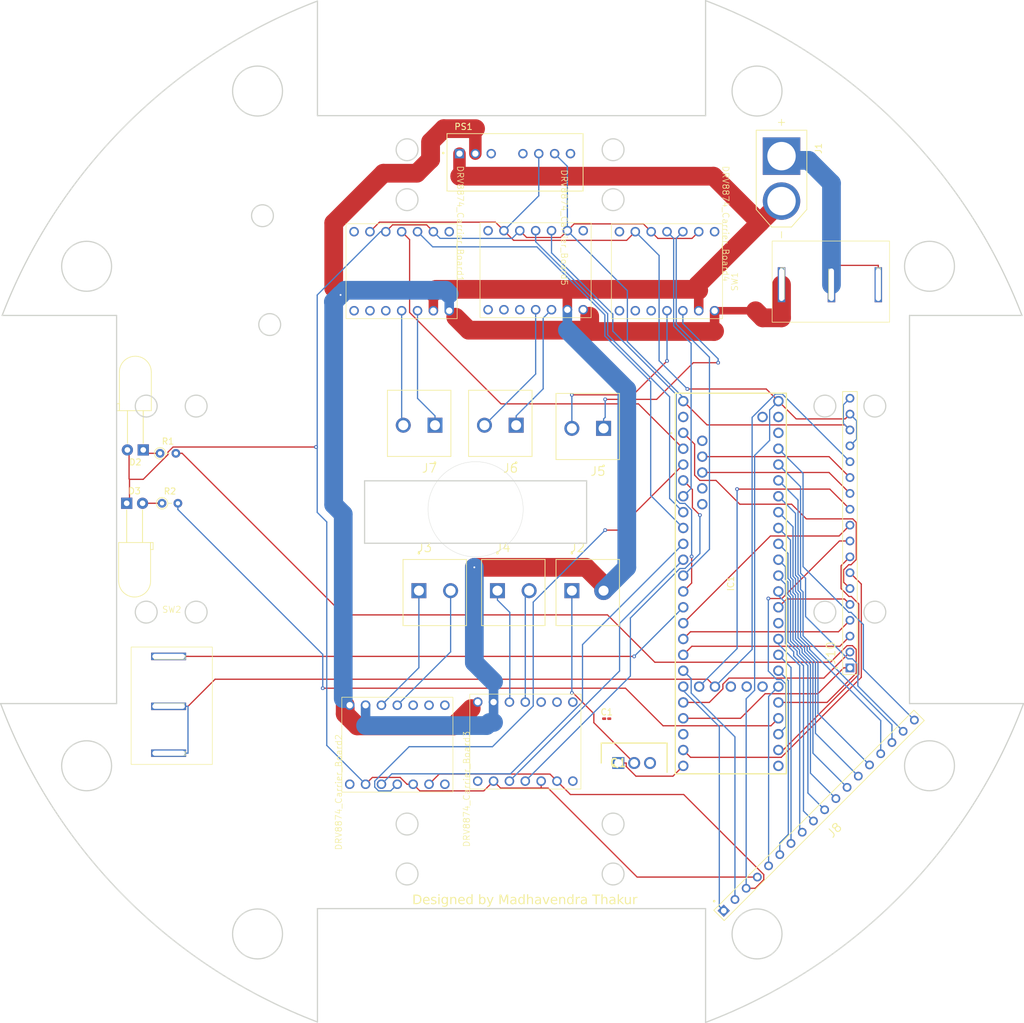
<source format=kicad_pcb>
(kicad_pcb (version 20240108) (generator "pcbnew") (generator_version "8.0")
  (layers (0 "F.Cu" signal) (31 "B.Cu" signal) (34 "B.Paste" user) (35 "F.Paste" user) (36 "B.SilkS" user "B.Silkscreen") (37 "F.SilkS" user "F.Silkscreen") (38 "B.Mask" user) (39 "F.Mask" user) (44 "Edge.Cuts" user))
  (net 0 "")
  (net 1 "DIR1")
  (net 3 "P50")
  (net 5 "A13")
  (net 6 "A5")
  (net 7 "P29")
  (net 8 "P35")
  (net 9 "PWM4")
  (net 10 "A3")
  (net 11 "A2")
  (net 12 "P31")
  (net 13 "A12")
  (net 14 "P33")
  (net 15 "DIR4")
  (net 16 "A14")
  (net 18 "DIR3")
  (net 19 "P13")
  (net 21 "A1")
  (net 22 "5V")
  (net 23 "PWM1")
  (net 24 "LED1")
  (net 25 "A9")
  (net 26 "Net-(D2-A)")
  (net 27 "A6")
  (net 29 "P34")
  (net 30 "A10")
  (net 32 "DIR2")
  (net 33 "PWM3")
  (net 35 "A0")
  (net 36 "P43")
  (net 37 "5V GND")
  (net 38 "DIR0")
  (net 40 "A15")
  (net 41 "PWM2")
  (net 42 "A7")
  (net 44 "A8")
  (net 46 "P24")
  (net 47 "A4")
  (net 48 "LED2")
  (net 49 "A11")
  (net 50 "P25")
  (net 51 "PWM0")
  (net 52 "P42")
  (net 54 "Net-(J1-POS)")
  (net 55 "12V GND")
  (net 56 "Net-(J2-Pin_1)")
  (net 57 "Net-(DRV8874_Carrier_Board1-OUT2)")
  (net 58 "Net-(DRV8874_Carrier_Board1-OUT1)")
  (net 59 "Net-(DRV8874_Carrier_Board2-OUT1)")
  (net 60 "Net-(DRV8874_Carrier_Board2-OUT2)")
  (net 61 "Net-(DRV8874_Carrier_Board3-OUT1)")
  (net 62 "Net-(DRV8874_Carrier_Board3-OUT2)")
  (net 63 "Net-(DRV8874_Carrier_Board4-OUT1)")
  (net 64 "Net-(DRV8874_Carrier_Board4-OUT2)")
  (net 65 "Net-(DRV8874_Carrier_Board5-OUT2)")
  (net 66 "Net-(DRV8874_Carrier_Board5-OUT1)")
  (net 67 "3.3V")
  (net 69 "12V")
  (net 72 "SOL")
  (net 98 "Net-(D3-A)")
  (net 99 "SWITCH_0")
  (net 100 "P30")
  (net 101 "P28")
  (net 102 "P51")
  (net 103 "P1")
  (footprint "Screw_Terminal_2:CUI_TB009-508-02BE" (layer "F.Cu") (at 332.92 201)
    (property "Reference" "J2")
    (property "Value" "Screw_Terminal_01x02")
  )
  (footprint "DRV887X_carrier:DRV887X" (layer "F.Cu") (at 316.57 232.77 90)
    (property "Reference" "DRV8874_Carrier_Board3")
    (property "Value" "~")
  )
  (footprint "rocker_switch:rocker_switch_10a" (layer "F.Cu") (at 262.335 210.025)
    (property "Reference" "SW2")
    (property "Value" "SW_Wuerth_450301014042")
  )
  (footprint "IRLZ44N:TO254P469X1042X1967-3P" (layer "F.Cu") (at 340.36 228.6)
    (property "Reference" "Q1")
    (property "Value" "IRLZ44NPBF" (hide yes))
  )
  (footprint "DRV887X_carrier:DRV887X" (layer "F.Cu") (at 336.01 142.07 -90)
    (property "Reference" "DRV8874_Carrier_Board5")
    (property "Value" "~")
  )
  (footprint "rocker_switch:rocker_switch_10a" (layer "F.Cu") (at 365 158 90)
    (property "Reference" "SW1")
    (property "Value" "SW_Wuerth_450301014042")
  )
  (footprint "Screw_Terminal_2:CUI_TB009-508-02BE" (layer "F.Cu") (at 311 174.5 180)
    (property "Reference" "J7")
    (property "Value" "Screw_Terminal_01x02")
  )
  (footprint "Screw_Terminal_2:CUI_TB009-508-02BE" (layer "F.Cu") (at 308.42 201)
    (property "Reference" "J3")
    (property "Value" "Screw_Terminal_01x02")
  )
  (footprint "DRV887X_carrier:DRV887X" (layer "F.Cu") (at 296.07 233.27 90)
    (property "Reference" "DRV8874_Carrier_Board2")
    (property "Value" "~")
  )
  (footprint "Resistor_THT:R_Axial_DIN0204_L3.6mm_D1.6mm_P2.54mm_Vertical" (layer "F.Cu") (at 266.96 179)
    (property "Reference" "R1")
    (property "Value" "R")
  )
  (footprint "Pins_Connector_01_18:TE_1-87465-9" (layer "F.Cu") (at 377.46 191.77 90)
    (property "Reference" "J10")
    (property "Value" "Conn_01x18_Pin")
  )
  (footprint "5V DC-DC:CONV_RSE-2405SZ_H2" (layer "F.Cu") (at 323.82 132.4)
    (property "Reference" "PS1")
    (property "Value" "RSE-2405SZ_H2")
  )
  (footprint "DRV887X_carrier:DRV887X" (layer "F.Cu") (at 357.05 142.23 -90)
    (property "Reference" "DRV8874_Carrier_Board4")
    (property "Value" "~")
  )
  (footprint "LED_THT:LED_D5.0mm_Horizontal_O6.35mm_Z15.0mm" (layer "F.Cu") (at 261.62 187)
    (property "Reference" "D3")
    (property "Value" "LED")
  )
  (footprint "Teensy 4.1:TEENSY41" (layer "F.Cu") (at 350.76 175.72 -90)
    (property "Reference" "IC1")
    (property "Value" "TEENSY_4.1")
  )
  (footprint "DRV887X_carrier:DRV887X" (layer "F.Cu") (at 314.55 142.23 -90)
    (property "Reference" "DRV8874_Carrier_Board1")
    (property "Value" "~")
  )
  (footprint "Capacitor_SMD:C_0201_0603Metric_Pad0.64x0.40mm_HandSolder" (layer "F.Cu") (at 338.5 221.5)
    (property "Reference" "C1")
    (property "Value" "C_Small")
  )
  (footprint "XT60M:AMASS_XT60-M" (layer "F.Cu") (at 366.5 135 -90)
    (property "Reference" "J1")
    (property "Value" "XT60-M")
  )
  (footprint "Screw_Terminal_2:CUI_TB009-508-02BE" (layer "F.Cu") (at 321 201)
    (property "Reference" "J4")
    (property "Value" "Screw_Terminal_01x02")
  )
  (footprint "Resistor_THT:R_Axial_DIN0204_L3.6mm_D1.6mm_P2.54mm_Vertical" (layer "F.Cu") (at 267.28 187)
    (property "Reference" "R2")
    (property "Value" "R")
  )
  (footprint "Pins_Connector_01_18:TE_1-87465-9" (layer "F.Cu") (at 372.5099 236.9901 45)
    (property "Reference" "J8")
    (property "Value" "Conn_01x18_Pin")
  )
  (footprint "LED_THT:LED_D5.0mm_Horizontal_O6.35mm_Z15.0mm" (layer "F.Cu") (at 264.271255 178.459831 180)
    (property "Reference" "D2")
    (property "Value" "LED")
  )
  (footprint "Screw_Terminal_2:CUI_TB009-508-02BE" (layer "F.Cu") (at 338 175 180)
    (property "Reference" "J5")
    (property "Value" "Screw_Terminal_01x02")
  )
  (footprint "Screw_Terminal_2:CUI_TB009-508-02BE" (layer "F.Cu") (at 324 174.5 180)
    (property "Reference" "J6")
    (property "Value" "Screw_Terminal_01x02")
  )
  (gr_line (start 292.171784 270.08127) (end 292.171784 251.9185) (stroke (width 0.2)) (layer "Edge.Cuts"))
  (gr_circle (center 373.446255 171.434831) (end 375.196255 171.434831) (stroke (width 0.2)) (fill none) (layer "Edge.Cuts"))
  (gr_line (start 354.334784 251.9185) (end 354.334784 270.149252) (stroke (width 0.2)) (layer "Edge.Cuts"))
  (gr_arc (start 405.25785 219.0815) (mid 385.302284 250.105744) (end 354.334784 270.149252) (stroke (width 0.2)) (layer "Edge.Cuts"))
  (gr_line (start 354.334784 106.49422) (end 354.334784 124.9185) (stroke (width 0.2)) (layer "Edge.Cuts"))
  (gr_circle (center 390.200077 229.041949) (end 394.200077 229.041949) (stroke (width 0.2)) (fill none) (layer "Edge.Cuts"))
  (gr_line (start 260 156.9185) (end 260 219.0815) (stroke (width 0.2)) (layer "Edge.Cuts"))
  (gr_arc (start 241.672133 156.9185) (mid 261.55889 126.362014) (end 292.171784 106.562198) (stroke (width 0.2)) (layer "Edge.Cuts"))
  (gr_line (start 335.28 193.403322) (end 299.72 193.403322) (stroke (width 0.2)) (layer "Edge.Cuts"))
  (gr_circle (center 373.446255 204.434831) (end 375.196255 204.434831) (stroke (width 0.2)) (fill none) (layer "Edge.Cuts"))
  (gr_circle (center 255.200077 229.041949) (end 259.200077 229.041949) (stroke (width 0.2)) (fill none) (layer "Edge.Cuts"))
  (gr_circle (center 264.746255 171.434831) (end 266.496255 171.434831) (stroke (width 0.2)) (fill none) (layer "Edge.Cuts"))
  (gr_circle (center 284.524999 158.375877) (end 286.274999 158.375877) (stroke (width 0.2)) (fill none) (layer "Edge.Cuts"))
  (gr_circle (center 339.524999 238.375877) (end 341.274999 238.375877) (stroke (width 0.2)) (fill none) (layer "Edge.Cuts"))
  (gr_line (start 260 219.0815) (end 241.427614 219.0815) (stroke (width 0.2)) (layer "Edge.Cuts"))
  (gr_circle (center 306.524999 246.375877) (end 308.274999 246.375877) (stroke (width 0.2)) (fill none) (layer "Edge.Cuts"))
  (gr_circle (center 306.524999 138.375877) (end 308.274999 138.375877) (stroke (width 0.2)) (fill none) (layer "Edge.Cuts"))
  (gr_circle (center 264.746255 204.434831) (end 266.496255 204.434831) (stroke (width 0.2)) (fill none) (layer "Edge.Cuts"))
  (gr_circle (center 283.365524 140.943664) (end 285.115524 140.943664) (stroke (width 0.2)) (fill none) (layer "Edge.Cuts"))
  (gr_circle (center 381.446255 171.434831) (end 383.196255 171.434831) (stroke (width 0.2)) (fill none) (layer "Edge.Cuts"))
  (gr_arc (start 354.334784 106.49422) (mid 385.058778 126.294486) (end 405.01333 156.9185) (stroke (width 0.2)) (layer "Edge.Cuts"))
  (gr_line (start 292.171784 251.9185) (end 354.334784 251.9185) (stroke (width 0.2)) (layer "Edge.Cuts"))
  (gr_circle (center 306.524999 130.375877) (end 308.274999 130.375877) (stroke (width 0.2)) (fill none) (layer "Edge.Cuts"))
  (gr_arc (start 292.171784 270.08127) (mid 261.315649 250.03795) (end 241.427614 219.0815) (stroke (width 0.2)) (layer "Edge.Cuts"))
  (gr_circle (center 339.524999 246.375877) (end 341.274999 246.375877) (stroke (width 0.2)) (fill none) (layer "Edge.Cuts"))
  (gr_circle (center 317.5 187.96) (end 317.5 180.34) (stroke (width 0.05)) (fill none) (layer "Edge.Cuts"))
  (gr_line (start 335.28 183.403322) (end 335.28 193.403322) (stroke (width 0.2)) (layer "Edge.Cuts"))
  (gr_circle (center 282.576645 120.975717) (end 286.576645 120.975717) (stroke (width 0.2)) (fill none) (layer "Edge.Cuts"))
  (gr_circle (center 272.746255 171.434831) (end 274.496255 171.434831) (stroke (width 0.2)) (fill none) (layer "Edge.Cuts"))
  (gr_line (start 405.25785 219.0815) (end 387 219.0815) (stroke (width 0.2)) (layer "Edge.Cuts"))
  (gr_circle (center 339.524999 130.375877) (end 341.274999 130.375877) (stroke (width 0.2)) (fill none) (layer "Edge.Cuts"))
  (gr_circle (center 362.576645 120.975717) (end 366.576645 120.975717) (stroke (width 0.2)) (fill none) (layer "Edge.Cuts"))
  (gr_line (start 292.171784 124.9185) (end 292.171784 106.562198) (stroke (width 0.2)) (layer "Edge.Cuts"))
  (gr_line (start 387 156.9185) (end 405.01333 156.9185) (stroke (width 0.2)) (layer "Edge.Cuts"))
  (gr_circle (center 339.524999 138.375877) (end 341.274999 138.375877) (stroke (width 0.2)) (fill none) (layer "Edge.Cuts"))
  (gr_circle (center 255.200077 149.041949) (end 259.200077 149.041949) (stroke (width 0.2)) (fill none) (layer "Edge.Cuts"))
  (gr_line (start 299.72 193.403322) (end 299.72 183.403322) (stroke (width 0.2)) (layer "Edge.Cuts"))
  (gr_circle (center 272.746255 204.434831) (end 274.496255 204.434831) (stroke (width 0.2)) (fill none) (layer "Edge.Cuts"))
  (gr_circle (center 381.446255 204.434831) (end 383.196255 204.434831) (stroke (width 0.2)) (fill none) (layer "Edge.Cuts"))
  (gr_line (start 387 219.0815) (end 387 156.9185) (stroke (width 0.2)) (layer "Edge.Cuts"))
  (gr_circle (center 362.576645 255.975717) (end 366.576645 255.975717) (stroke (width 0.2)) (fill none) (layer "Edge.Cuts"))
  (gr_line (start 354.334784 124.9185) (end 292.171784 124.9185) (stroke (width 0.2)) (layer "Edge.Cuts"))
  (gr_circle (center 282.576645 255.975717) (end 286.576645 255.975717) (stroke (width 0.2)) (fill none) (layer "Edge.Cuts"))
  (gr_line (start 299.72 183.403322) (end 335.28 183.403322) (stroke (width 0.2)) (layer "Edge.Cuts"))
  (gr_circle (center 306.524999 238.375877) (end 308.274999 238.375877) (stroke (width 0.2)) (fill none) (layer "Edge.Cuts"))
  (gr_line (start 241.672133 156.9185) (end 260 156.9185) (stroke (width 0.2)) (layer "Edge.Cuts"))
  (gr_circle (center 390.200077 149.041949) (end 394.200077 149.041949) (stroke (width 0.2)) (fill none) (layer "Edge.Cuts"))
  (gr_text "Designed by Madhavendra Thakur" (at 307.34 251.46 0) (layer "F.SilkS") (effects (font (size 1.5 1.5) (thickness 0.1)) (justify left bottom)))
  (segment (start 350.76 193.5) (end 334.6251 209.6349) (width 0.2) (layer "B.Cu") (net 1))
  (segment (start 323.0925 230.3337) (end 304.0863 230.3337) (width 0.2) (layer "B.Cu") (net 1))
  (segment (start 334.6251 209.6349) (end 334.6251 218.8011) (width 0.2) (layer "B.Cu") (net 1))
  (segment (start 304.0863 230.3337) (end 302.42 232) (width 0.2) (layer "B.Cu") (net 1))
  (segment (start 334.6251 218.8011) (end 323.0925 230.3337) (width 0.2) (layer "B.Cu") (net 1))
  (segment (start 374.11 182.07) (end 377.46 185.42) (width 0.2) (layer "F.Cu") (net 3))
  (segment (start 353.81 182.07) (end 374.11 182.07) (width 0.2) (layer "F.Cu") (net 3))
  (segment (start 367.5871 215.4071) (end 366 213.82) (width 0.2) (layer "B.Cu") (net 5))
  (segment (start 366.2237 243.2763) (end 366.2237 241.39) (width 0.2) (layer "B.Cu") (net 5))
  (segment (start 367.5871 240.0266) (end 367.5871 215.4071) (width 0.2) (layer "B.Cu") (net 5))
  (segment (start 366.2237 241.39) (end 367.5871 240.0266) (width 0.2) (layer "B.Cu") (net 5))
  (segment (start 368.3393 190.7593) (end 366 188.42) (width 0.2) (layer "B.Cu") (net 6))
  (segment (start 368.3393 198.6971) (end 368.3393 190.7593) (width 0.2) (layer "B.Cu") (net 6))
  (segment (start 368.741 201.1336) (end 368.741 199.0988) (width 0.2) (layer "B.Cu") (net 6))
  (segment (start 369.1427 201.5353) (end 368.741 201.1336) (width 0.2) (layer "B.Cu") (net 6))
  (segment (start 370.5968 210.5842) (end 370.5968 210.0162) (width 0.2) (layer "B.Cu") (net 6))
  (segment (start 372.3342 220.65) (end 372.3342 212.3216) (width 0.2) (layer "B.Cu") (net 6))
  (segment (start 369.1427 208.5621) (end 369.1427 201.5353) (width 0.2) (layer "B.Cu") (net 6))
  (segment (start 380.5921 228.9079) (end 372.3342 220.65) (width 0.2) (layer "B.Cu") (net 6))
  (segment (start 370.5968 210.0162) (end 369.1427 208.5621) (width 0.2) (layer "B.Cu") (net 6))
  (segment (start 368.741 199.0988) (end 368.3393 198.6971) (width 0.2) (layer "B.Cu") (net 6))
  (segment (start 372.3342 212.3216) (end 370.5968 210.5842) (width 0.2) (layer "B.Cu") (net 6))
  (segment (start 372.3129 217.5064) (end 363.867 217.5064) (width 0.2) (layer "F.Cu") (net 7))
  (segment (start 377.46 213.36) (end 376.4593 213.36) (width 0.2) (layer "F.Cu") (net 7))
  (segment (start 359.9334 221.44) (end 350.76 221.44) (width 0.2) (layer "F.Cu") (net 7))
  (segment (start 363.867 217.5064) (end 359.9334 221.44) (width 0.2) (layer "F.Cu") (net 7))
  (segment (start 376.4593 213.36) (end 372.3129 217.5064) (width 0.2) (layer "F.Cu") (net 7))
  (segment (start 366.5607 202.2542) (end 364.387 202.2542) (width 0.2) (layer "F.Cu") (net 8))
  (segment (start 377.46 193.04) (end 375.7749 193.04) (width 0.2) (layer "F.Cu") (net 8))
  (segment (start 375.7749 193.04) (end 366.5607 202.2542) (width 0.2) (layer "F.Cu") (net 8))
  (via (at 364.387 202.2542) (size 0.6) (drill 0.3) (layers "F.Cu" "B.Cu") (net 8))
  (segment (start 364.387 213.8751) (end 364.387 202.2542) (width 0.2) (layer "B.Cu") (net 8))
  (segment (start 367.1854 222.7946) (end 367.1854 215.9413) (width 0.2) (layer "B.Cu") (net 8))
  (segment (start 366 223.98) (end 367.1854 222.7946) (width 0.2) (layer "B.Cu") (net 8))
  (segment (start 365.7377 215.2258) (end 364.387 213.8751) (width 0.2) (layer "B.Cu") (net 8))
  (segment (start 366.4699 215.2258) (end 365.7377 215.2258) (width 0.2) (layer "B.Cu") (net 8))
  (segment (start 367.1854 215.9413) (end 366.4699 215.2258) (width 0.2) (layer "B.Cu") (net 8))
  (segment (start 327.12 145.1121) (end 338.6508 156.6429) (width 0.2) (layer "B.Cu") (net 9))
  (segment (start 338.6508 156.6429) (end 338.6508 160.0198) (width 0.2) (layer "B.Cu") (net 9))
  (segment (start 327.12 143.34) (end 327.12 145.1121) (width 0.2) (layer "B.Cu") (net 9))
  (segment (start 348.5736 186.2336) (end 350.76 188.42) (width 0.2) (layer "B.Cu") (net 9))
  (segment (start 348.5736 169.9426) (end 348.5736 186.2336) (width 0.2) (layer "B.Cu") (net 9))
  (segment (start 338.6508 160.0198) (end 348.5736 169.9426) (width 0.2) (layer "B.Cu") (net 9))
  (segment (start 368.3393 208.8947) (end 368.3393 201.8679) (width 0.2) (layer "B.Cu") (net 10))
  (segment (start 367.5359 195.0359) (end 366 193.5) (width 0.2) (layer "B.Cu") (net 10))
  (segment (start 371.5308 212.6542) (end 369.7934 210.9168) (width 0.2) (layer "B.Cu") (net 10))
  (segment (start 369.7934 210.3488) (end 368.3393 208.8947) (width 0.2) (layer "B.Cu") (net 10))
  (segment (start 369.7934 210.9168) (end 369.7934 210.3488) (width 0.2) (layer "B.Cu") (net 10))
  (segment (start 377 232.5) (end 371.5308 227.0308) (width 0.2) (layer "B.Cu") (net 10))
  (segment (start 371.5308 227.0308) (end 371.5308 212.6542) (width 0.2) (layer "B.Cu") (net 10))
  (segment (start 367.5359 199.0297) (end 367.5359 195.0359) (width 0.2) (layer "B.Cu") (net 10))
  (segment (start 367.9376 201.4662) (end 367.9376 199.4314) (width 0.2) (layer "B.Cu") (net 10))
  (segment (start 368.3393 201.8679) (end 367.9376 201.4662) (width 0.2) (layer "B.Cu") (net 10))
  (segment (start 367.9376 199.4314) (end 367.5359 199.0297) (width 0.2) (layer "B.Cu") (net 10))
  (segment (start 367.9376 209.061) (end 367.9376 202.0342) (width 0.2) (layer "B.Cu") (net 11))
  (segment (start 367.1342 197.1742) (end 366 196.04) (width 0.2) (layer "B.Cu") (net 11))
  (segment (start 367.1342 199.1961) (end 367.1342 197.1742) (width 0.2) (layer "B.Cu") (net 11))
  (segment (start 371.1291 212.8205) (end 369.3917 211.0831) (width 0.2) (layer "B.Cu") (net 11))
  (segment (start 369.3917 211.0831) (end 369.3917 210.5151) (width 0.2) (layer "B.Cu") (net 11))
  (segment (start 367.5359 201.6325) (end 367.5359 199.5978) (width 0.2) (layer "B.Cu") (net 11))
  (segment (start 375.204 234.296) (end 371.1291 230.2211) (width 0.2) (layer "B.Cu") (net 11))
  (segment (start 367.5359 199.5978) (end 367.1342 199.1961) (width 0.2) (layer "B.Cu") (net 11))
  (segment (start 371.1291 230.2211) (end 371.1291 212.8205) (width 0.2) (layer "B.Cu") (net 11))
  (segment (start 367.9376 202.0342) (end 367.5359 201.6325) (width 0.2) (layer "B.Cu") (net 11))
  (segment (start 369.3917 210.5151) (end 367.9376 209.061) (width 0.2) (layer "B.Cu") (net 11))
  (segment (start 379.2757 199.9357) (end 377.46 198.12) (width 0.2) (layer "F.Cu") (net 12))
  (segment (start 350.76 226.52) (end 351.9318 227.6918) (width 0.2) (layer "F.Cu") (net 12))
  (segment (start 351.9318 227.6918) (end 366.4561 227.6918) (width 0.2) (layer "F.Cu") (net 12))
  (segment (start 366.4561 227.6918) (end 379.2757 214.8722) (width 0.2) (layer "F.Cu") (net 12))
  (segment (start 379.2757 214.8722) (end 379.2757 199.9357) (width 0.2) (layer "F.Cu") (net 12))
  (segment (start 364.4277 217.9323) (end 366 216.36) (width 0.2) (layer "B.Cu") (net 13))
  (segment (start 364.4277 245.0723) (end 364.4277 217.9323) (width 0.2) (layer "B.Cu") (net 13))
  (segment (start 352.1008 199.7792) (end 352.1008 195.5211) (width 0.2) (layer "F.Cu") (net 15))
  (segment (start 350.76 201.12) (end 352.1008 199.7792) (width 0.2) (layer "F.Cu") (net 15))
  (via (at 352.1008 195.5211) (size 0.6) (drill 0.3) (layers "F.Cu" "B.Cu") (net 15))
  (segment (start 349.6258 186.4189) (end 350.2211 187.0142) (width 0.2) (layer "B.Cu") (net 15))
  (segment (start 339.4778 156.702) (end 339.4778 159.4286) (width 0.2) (layer "B.Cu") (net 15))
  (segment (start 349.6258 169.5766) (end 349.6258 186.4189) (width 0.2) (layer "B.Cu") (net 15))
  (segment (start 329.66 143.34) (end 329.66 146.8842) (width 0.2) (layer "B.Cu") (net 15))
  (segment (start 352.1008 188.0905) (end 352.1008 195.5211) (width 0.2) (layer "B.Cu") (net 15))
  (segment (start 351.0245 187.0142) (end 352.1008 188.0905) (width 0.2) (layer "B.Cu") (net 15))
  (segment (start 329.66 146.8842) (end 339.4778 156.702) (width 0.2) (layer "B.Cu") (net 15))
  (segment (start 350.2211 187.0142) (end 351.0245 187.0142) (width 0.2) (layer "B.Cu") (net 15))
  (segment (start 339.4778 159.4286) (end 349.6258 169.5766) (width 0.2) (layer "B.Cu") (net 15))
  (segment (start 368.0198 241.4802) (end 368.0198 213.2998) (width 0.2) (layer "B.Cu") (net 16))
  (segment (start 368.0198 213.2998) (end 366 211.28) (width 0.2) (layer "B.Cu") (net 16))
  (segment (start 350.7 143.5) (end 349.632 144.568) (width 0.2) (layer "B.Cu") (net 18))
  (segment (start 349.632 144.568) (end 349.632 158.2861) (width 0.2) (layer "B.Cu") (net 18))
  (segment (start 349.632 158.2861) (end 354.9585 163.6126) (width 0.2) (layer "B.Cu") (net 18))
  (segment (start 354.9585 163.6126) (end 354.9585 194.3815) (width 0.2) (layer "B.Cu") (net 18))
  (segment (start 354.9585 194.3815) (end 350.76 198.58) (width 0.2) (layer "B.Cu") (net 18))
  (segment (start 367.3267 202.3333) (end 376.5933 202.3333) (width 0.2) (layer "F.Cu") (net 19))
  (segment (start 376.5933 202.3333) (end 377.46 203.2) (width 0.2) (layer "F.Cu") (net 19))
  (segment (start 366 203.66) (end 367.3267 202.3333) (width 0.2) (layer "F.Cu") (net 19))
  (segment (start 373.4079 236.0921) (end 370.7274 233.4116) (width 0.2) (layer "B.Cu") (net 21))
  (segment (start 367.1342 199.9656) (end 366 198.8314) (width 0.2) (layer "B.Cu") (net 21))
  (segment (start 370.7274 212.9868) (end 368.99 211.2494) (width 0.2) (layer "B.Cu") (net 21))
  (segment (start 367.5359 209.2274) (end 367.5359 202.2006) (width 0.2) (layer "B.Cu") (net 21))
  (segment (start 368.99 210.6815) (end 367.5359 209.2274) (width 0.2) (layer "B.Cu") (net 21))
  (segment (start 367.1342 201.7989) (end 367.1342 199.9656) (width 0.2) (layer "B.Cu") (net 21))
  (segment (start 370.7274 233.4116) (end 370.7274 212.9868) (width 0.2) (layer "B.Cu") (net 21))
  (segment (start 366 198.8314) (end 366 198.58) (width 0.2) (layer "B.Cu") (net 21))
  (segment (start 368.99 211.2494) (end 368.99 210.6815) (width 0.2) (layer "B.Cu") (net 21))
  (segment (start 367.5359 202.2006) (end 367.1342 201.7989) (width 0.2) (layer "B.Cu") (net 21))
  (segment (start 310.04 232) (end 311.6702 230.3698) (width 0.2) (layer "F.Cu") (net 22))
  (segment (start 363.6523 246.4679) (end 350.8305 233.6461) (width 0.2) (layer "F.Cu") (net 22))
  (segment (start 341.6894 144.8906) (end 343.08 143.5) (width 0.2) (layer "F.Cu") (net 22))
  (segment (start 366 170.64) (end 364.0569 168.6969) (width 0.2) (layer "F.Cu") (net 22))
  (segment (start 323.5906 144.8906) (end 341.6894 144.8906) (width 0.2) (layer "F.Cu") (net 22))
  (segment (start 376.6913 173.4887) (end 368.8487 173.4887) (width 0.2) (layer "F.Cu") (net 22))
  (segment (start 300.58 143.5) (end 302.1023 141.9777) (width 0.2) (layer "F.Cu") (net 22))
  (segment (start 329.4098 230.3698) (end 330.54 231.5) (width 0.2) (layer "F.Cu") (net 22))
  (segment (start 368.8487 173.4887) (end 366 170.64) (width 0.2) (layer "F.Cu") (net 22))
  (segment (start 302.1023 141.9777) (end 320.6777 141.9777) (width 0.2) (layer "F.Cu") (net 22))
  (segment (start 363.6523 247.2929) (end 363.6523 246.4679) (width 0.2) (layer "F.Cu") (net 22))
  (segment (start 362.2808 248.6644) (end 363.6523 247.2929) (width 0.2) (layer "F.Cu") (net 22))
  (segment (start 360.8356 248.6644) (end 362.2808 248.6644) (width 0.2) (layer "F.Cu") (net 22))
  (segment (start 322.04 143.34) (end 323.5906 144.8906) (width 0.2) (layer "F.Cu") (net 22))
  (segment (start 364.0569 168.6969) (end 351.416 168.6969) (width 0.2) (layer "F.Cu") (net 22))
  (segment (start 350.8305 233.6461) (end 332.6861 233.6461) (width 0.2) (layer "F.Cu") (net 22))
  (segment (start 320.6777 141.9777) (end 322.04 143.34) (width 0.2) (layer "F.Cu") (net 22))
  (segment (start 332.6861 233.6461) (end 330.54 231.5) (width 0.2) (layer "F.Cu") (net 22))
  (segment (start 311.6702 230.3698) (end 329.4098 230.3698) (width 0.2) (layer "F.Cu") (net 22))
  (segment (start 377.46 172.72) (end 376.6913 173.4887) (width 0.2) (layer "F.Cu") (net 22))
  (via (at 351.416 168.6969) (size 0.6) (drill 0.3) (layers "F.Cu" "B.Cu") (net 22))
  (segment (start 362.19 179.3363) (end 362.19 216.955) (width 0.2) (layer "B.Cu") (net 22))
  (segment (start 327.62 137.76) (end 327.62 131) (width 0.2) (layer "B.Cu") (net 22))
  (segment (start 378.5193 176.7407) (end 377.46 177.8) (width 0.2) (layer "B.Cu") (net 22))
  (segment (start 346.89 164.1709) (end 351.416 168.6969) (width 0.2) (layer "B.Cu") (net 22))
  (segment (start 364.5951 172.0449) (end 364.5951 176.9312) (width 0.2) (layer "B.Cu") (net 22))
  (segment (start 362.19 216.955) (end 360.8356 218.3094) (width 0.2) (layer "B.Cu") (net 22))
  (segment (start 364.5951 176.9312) (end 362.19 179.3363) (width 0.2) (layer "B.Cu") (net 22))
  (segment (start 377.46 172.72) (end 378.5193 173.7793) (width 0.2) (layer "B.Cu") (net 22))
  (segment (start 343.08 143.5) (end 346.89 147.31) (width 0.2) (layer "B.Cu") (net 22))
  (segment (start 360.8356 218.3094) (end 360.8356 248.6644) (width 0.2) (layer "B.Cu") (net 22))
  (segment (start 322.04 143.34) (end 327.62 137.76) (width 0.2) (layer "B.Cu") (net 22))
  (segment (start 346.89 147.31) (end 346.89 164.1709) (width 0.2) (layer "B.Cu") (net 22))
  (segment (start 378.5193 173.7793) (end 378.5193 176.7407) (width 0.2) (layer "B.Cu") (net 22))
  (segment (start 366 170.64) (end 364.5951 172.0449) (width 0.2) (layer "B.Cu") (net 22))
  (segment (start 340.2598 191.3002) (end 338.256 191.3002) (width 0.2) (layer "F.Cu") (net 23))
  (segment (start 350.76 180.8) (end 340.2598 191.3002) (width 0.2) (layer "F.Cu") (net 23))
  (via (at 338.256 191.3002) (size 0.6) (drill 0.3) (layers "F.Cu" "B.Cu") (net 23))
  (segment (start 306.8519 225.9877) (end 301.3463 231.4933) (width 0.2) (layer "B.Cu") (net 23))
  (segment (start 326.73 202.8262) (end 326.73 219.4669) (width 0.2) (layer "B.Cu") (net 23))
  (segment (start 301.3463 231.4933) (end 301.3463 232.4602) (width 0.2) (layer "B.Cu") (net 23))
  (segment (start 338.256 191.3002) (end 326.73 202.8262) (width 0.2) (layer "B.Cu") (net 23))
  (segment (start 320.2092 225.9877) (end 306.8519 225.9877) (width 0.2) (layer "B.Cu") (net 23))
  (segment (start 301.9525 233.0664) (end 303.8936 233.0664) (width 0.2) (layer "B.Cu") (net 23))
  (segment (start 301.3463 232.4602) (end 301.9525 233.0664) (width 0.2) (layer "B.Cu") (net 23))
  (segment (start 326.73 219.4669) (end 320.2092 225.9877) (width 0.2) (layer "B.Cu") (net 23))
  (segment (start 303.8936 233.0664) (end 304.96 232) (width 0.2) (layer "B.Cu") (net 23))
  (segment (start 338.6253 204.8782) (end 296.3799 204.8782) (width 0.2) (layer "F.Cu") (net 24))
  (segment (start 378.4665 214.2136) (end 378.4665 210.4111) (width 0.2) (layer "F.Cu") (net 24))
  (segment (start 378.4665 210.4111) (end 377.8537 209.7983) (width 0.2) (layer "F.Cu") (net 24))
  (segment (start 374.336 212.4609) (end 346.208 212.4609) (width 0.2) (layer "F.Cu") (net 24))
  (segment (start 269.5 179) (end 270.5017 179) (width 0.2) (layer "F.Cu") (net 24))
  (segment (start 376.9986 209.7983) (end 374.336 212.4609) (width 0.2) (layer "F.Cu") (net 24))
  (segment (start 366 218.9) (end 373.7801 218.9) (width 0.2) (layer "F.Cu") (net 24))
  (segment (start 346.208 212.4609) (end 338.6253 204.8782) (width 0.2) (layer "F.Cu") (net 24))
  (segment (start 377.8537 209.7983) (end 376.9986 209.7983) (width 0.2) (layer "F.Cu") (net 24))
  (segment (start 296.3799 204.8782) (end 270.5017 179) (width 0.2) (layer "F.Cu") (net 24))
  (segment (start 373.7801 218.9) (end 378.4665 214.2136) (width 0.2) (layer "F.Cu") (net 24))
  (segment (start 377.2706 204.47) (end 369.9461 197.1455) (width 0.2) (layer "B.Cu") (net 25))
  (segment (start 377.6387 204.47) (end 377.2706 204.47) (width 0.2) (layer "B.Cu") (net 25))
  (segment (start 379.6097 213.5571) (end 379.6097 206.441) (width 0.2) (layer "B.Cu") (net 25))
  (segment (start 369.9461 182.2061) (end 366 178.26) (width 0.2) (layer "B.Cu") (net 25))
  (segment (start 379.6097 206.441) (end 377.6387 204.47) (width 0.2) (layer "B.Cu") (net 25))
  (segment (start 369.9461 197.1455) (end 369.9461 182.2061) (width 0.2) (layer "B.Cu") (net 25))
  (segment (start 387.7763 221.7237) (end 379.6097 213.5571) (width 0.2) (layer "B.Cu") (net 25))
  (segment (start 265 179) (end 266.96 179) (width 0.2) (layer "F.Cu") (net 26))
  (segment (start 369.1427 200.9673) (end 369.1427 198.9325) (width 0.2) (layer "B.Cu") (net 27))
  (segment (start 368.741 188.621) (end 366 185.88) (width 0.2) (layer "B.Cu") (net 27))
  (segment (start 370.9985 209.8499) (end 369.5444 208.3958) (width 0.2) (layer "B.Cu") (net 27))
  (segment (start 382.3882 227.1118) (end 382.3882 221.8076) (width 0.2) (layer "B.Cu") (net 27))
  (segment (start 369.1427 198.9325) (end 368.741 198.5308) (width 0.2) (layer "B.Cu") (net 27))
  (segment (start 370.9985 210.4179) (end 370.9985 209.8499) (width 0.2) (layer "B.Cu") (net 27))
  (segment (start 369.5444 201.369) (end 369.1427 200.9673) (width 0.2) (layer "B.Cu") (net 27))
  (segment (start 368.741 198.5308) (end 368.741 188.621) (width 0.2) (layer "B.Cu") (net 27))
  (segment (start 369.5444 208.3958) (end 369.5444 201.369) (width 0.2) (layer "B.Cu") (net 27))
  (segment (start 382.3882 221.8076) (end 370.9985 210.4179) (width 0.2) (layer "B.Cu") (net 27))
  (segment (start 376.0388 197.0012) (end 377.46 195.58) (width 0.2) (layer "F.Cu") (net 29))
  (segment (start 378.8739 214.4098) (end 378.8739 203.1215) (width 0.2) (layer "F.Cu") (net 29))
  (segment (start 366.7637 226.52) (end 378.8739 214.4098) (width 0.2) (layer "F.Cu") (net 29))
  (segment (start 378.8739 203.1215) (end 377.6824 201.93) (width 0.2) (layer "F.Cu") (net 29))
  (segment (start 377.3032 201.93) (end 376.0388 200.6656) (width 0.2) (layer "F.Cu") (net 29))
  (segment (start 366 226.52) (end 366.7637 226.52) (width 0.2) (layer "F.Cu") (net 29))
  (segment (start 376.0388 200.6656) (end 376.0388 197.0012) (width 0.2) (layer "F.Cu") (net 29))
  (segment (start 377.6824 201.93) (end 377.3032 201.93) (width 0.2) (layer "F.Cu") (net 29))
  (segment (start 359.0395 250.4605) (end 359.0395 224.4094) (width 0.2) (layer "B.Cu") (net 30))
  (segment (start 352.03 215.09) (end 350.76 213.82) (width 0.2) (layer "B.Cu") (net 30))
  (segment (start 352.03 217.3999) (end 352.03 215.09) (width 0.2) (layer "B.Cu") (net 30))
  (segment (start 359.0395 224.4094) (end 352.03 217.3999) (width 0.2) (layer "B.Cu") (net 30))
  (segment (start 350.76 196.04) (end 340.5599 206.2401) (width 0.2) (layer "B.Cu") (net 32))
  (segment (start 340.5599 213.8601) (end 322.92 231.5) (width 0.2) (layer "B.Cu") (net 32))
  (segment (start 340.5599 206.2401) (end 340.5599 213.8601) (width 0.2) (layer "B.Cu") (net 32))
  (segment (start 349.2245 144.5645) (end 349.2245 158.6003) (width 0.2) (layer "B.Cu") (net 33))
  (segment (start 352.0177 161.3935) (end 352.0177 184.6223) (width 0.2) (layer "B.Cu") (net 33))
  (segment (start 348.16 143.5) (end 349.2245 144.5645) (width 0.2) (layer "B.Cu") (net 33))
  (segment (start 349.2245 158.6003) (end 352.0177 161.3935) (width 0.2) (layer "B.Cu") (net 33))
  (segment (start 352.0177 184.6223) (end 350.76 185.88) (width 0.2) (layer "B.Cu") (net 33))
  (segment (start 366 201.7933) (end 366 201.12) (width 0.2) (layer "B.Cu") (net 35))
  (segment (start 368.4469 211.4428) (end 368.4469 210.789) (width 0.2) (layer "B.Cu") (net 35))
  (segment (start 370.0158 213.0117) (end 368.4469 211.4428) (width 0.2) (layer "B.Cu") (net 35))
  (segment (start 367.1342 209.4763) (end 367.1342 202.9275) (width 0.2) (layer "B.Cu") (net 35))
  (segment (start 368.4469 210.789) (end 367.1342 209.4763) (width 0.2) (layer "B.Cu") (net 35))
  (segment (start 371.6119 237.8881) (end 370.0158 236.292) (width 0.2) (layer "B.Cu") (net 35))
  (segment (start 370.0158 236.292) (end 370.0158 213.0117) (width 0.2) (layer "B.Cu") (net 35))
  (segment (start 367.1342 202.9275) (end 366 201.7933) (width 0.2) (layer "B.Cu") (net 35))
  (segment (start 374.2307 184.7307) (end 359.3822 184.7307) (width 0.2) (layer "F.Cu") (net 36))
  (segment (start 377.46 187.96) (end 374.2307 184.7307) (width 0.2) (layer "F.Cu") (net 36))
  (via (at 359.3822 184.7307) (size 0.6) (drill 0.3) (layers "F.Cu" "B.Cu") (net 36))
  (segment (start 353.3 216.36) (end 359.3822 210.2778) (width 0.2) (layer "B.Cu") (net 36))
  (segment (start 359.3822 210.2778) (end 359.3822 184.7307) (width 0.2) (layer "B.Cu") (net 36))
  (segment (start 329.112 232.612) (end 328 232.612) (width 0.2) (layer "F.Cu") (net 37))
  (segment (start 328 232.612) (end 321.492 232.612) (width 0.2) (layer "F.Cu") (net 37))
  (segment (start 320.38 231.5) (end 318.8123 233.0677) (width 0.2) (layer "F.Cu") (net 37))
  (segment (start 318.8123 233.0677) (end 308.5677 233.0677) (width 0.2) (layer "F.Cu") (net 37))
  (segment (start 328 232.612) (end 328 231.5) (width 0.2) (layer "F.Cu") (net 37))
  (segment (start 308.5677 233.0677) (end 307.5 232) (width 0.2) (layer "F.Cu") (net 37))
  (segment (start 305.423 230.9114) (end 306.5116 232) (width 0.2) (layer "F.Cu") (net 37))
  (segment (start 262.0675 183.1665) (end 264.2673 183.1665) (width 0.2) (layer "F.Cu") (net 37))
  (segment (start 362.6316 246.8684) (end 343.3684 246.8684) (width 0.2) (layer "F.Cu") (net 37))
  (segment (start 325.6715 144.4315) (end 331.1085 144.4315) (width 0.2) (layer "F.Cu") (net 37))
  (segment (start 346.704 144.584) (end 352.156 144.584) (width 0.2) (layer "F.Cu") (net 37))
  (segment (start 331.1085 144.4315) (end 332.2 143.34) (width 0.2) (layer "F.Cu") (net 37))
  (segment (start 303.12 143.5) (end 304.2067 142.4133) (width 0.2) (layer "F.Cu") (net 37))
  (segment (start 376.65 174.45) (end 377.46 175.26) (width 0.2) (layer "F.Cu") (net 37))
  (segment (start 262.0675 186.975) (end 262.0675 186.2483) (width 0.2) (layer "F.Cu") (net 37))
  (segment (start 332.2 143.34) (end 333.2857 142.2543) (width 0.2) (layer "F.Cu") (net 37))
  (segment (start 333.2857 142.2543) (end 344.3743 142.2543) (width 0.2) (layer "F.Cu") (net 37))
  (segment (start 306.5116 232) (end 307.5 232) (width 0.2) (layer "F.Cu") (net 37))
  (segment (start 262 183.099) (end 262 179) (width 0.2) (layer "F.Cu") (net 37))
  (segment (start 321.492 232.612) (end 320.38 231.5) (width 0.2) (layer "F.Cu") (net 37))
  (segment (start 264.2673 183.1665) (end 268.23 179.2038) (width 0.2) (layer "F.Cu") (net 37))
  (segment (start 269.0458 177.9894) (end 291.9343 177.9894) (width 0.2) (layer "F.Cu") (net 37))
  (segment (start 268.23 179.2038) (end 268.23 178.8052) (width 0.2) (layer "F.Cu") (net 37))
  (segment (start 299.88 232) (end 300.9686 230.9114) (width 0.2) (layer "F.Cu") (net 37))
  (segment (start 300.9686 230.9114) (end 305.423 230.9114) (width 0.2) (layer "F.Cu") (net 37))
  (segment (start 344.3743 142.2543) (end 345.62 143.5) (width 0.2) (layer "F.Cu") (net 37))
  (segment (start 350.76 170.64) (end 354.57 174.45) (width 0.2) (layer "F.Cu") (net 37))
  (segment (start 345.62 143.5) (end 346.704 144.584) (width 0.2) (layer "F.Cu") (net 37))
  (segment (start 309.6533 142.4133) (end 310.74 143.5) (width 0.2) (layer "F.Cu") (net 37))
  (segment (start 304.2067 142.4133) (end 309.6533 142.4133) (width 0.2) (layer "F.Cu") (net 37))
  (segment (start 343.3684 246.8684) (end 329.112 232.612) (width 0.2) (layer "F.Cu") (net 37))
  (segment (start 262.0675 186.2483) (end 262.0675 183.1665) (width 0.2) (layer "F.Cu") (net 37))
  (segment (start 262.0675 183.1665) (end 262 183.099) (width 0.2) (layer "F.Cu") (net 37))
  (segment (start 324.58 143.34) (end 325.6715 144.4315) (width 0.2) (layer "F.Cu") (net 37))
  (segment (start 354.57 174.45) (end 376.65 174.45) (width 0.2) (layer "F.Cu") (net 37))
  (segment (start 268.23 178.8052) (end 269.0458 177.9894) (width 0.2) (layer "F.Cu") (net 37))
  (segment (start 352.156 144.584) (end 353.24 143.5) (width 0.2) (layer "F.Cu") (net 37))
  (segment (start 262.0675 186.975) (end 262.0675 187) (width 0.2) (layer "F.Cu") (net 37))
  (via (at 291.9343 177.9894) (size 0.6) (drill 0.3) (layers "F.Cu" "B.Cu") (net 37))
  (segment (start 377.46 170.18) (end 376.4107 171.2293) (width 0.2) (layer "B.Cu") (net 37))
  (segment (start 324.58 143.34) (end 323.3443 144.5757) (width 0.2) (layer "B.Cu") (net 37))
  (segment (start 376.4107 171.2293) (end 376.4107 174.2107) (width 0.2) (layer "B.Cu") (net 37))
  (segment (start 376.4107 174.2107) (end 377.46 175.26) (width 0.2) (layer "B.Cu") (net 37))
  (segment (start 293.6617 189.9896) (end 292.1338 188.4617) (width 0.2) (layer "B.Cu") (net 37))
  (segment (start 350.76 170.64) (end 350.76 170.0721) (width 0.2) (layer "B.Cu") (net 37))
  (segment (start 302.2791 143.5) (end 292.1338 153.6453) (width 0.2) (layer "B.Cu") (net 37))
  (segment (start 303.12 143.5) (end 302.2791 143.5) (width 0.2) (layer "B.Cu") (net 37))
  (segment (start 293.6617 225.7817) (end 293.6617 189.9896) (width 0.2) (layer "B.Cu") (net 37))
  (segment (start 341.8115 152.9515) (end 332.2 143.34) (width 0.2) (layer "B.Cu") (net 37))
  (segment (start 292.1338 177.9894) (end 291.9343 177.9894) (width 0.2) (layer "B.Cu") (net 37))
  (segment (start 299.88 232) (end 293.6617 225.7817) (width 0.2) (layer "B.Cu") (net 37))
  (segment (start 332.2 143.34) (end 332.2 133.04) (width 0.2) (layer "B.Cu") (net 37))
  (segment (start 323.3443 144.5757) (end 311.8157 144.5757) (width 0.2) (layer "B.Cu") (net 37))
  (segment (start 341.8115 161.1236) (end 341.8115 152.9515) (width 0.2) (layer "B.Cu") (net 37))
  (segment (start 350.76 170.0721) (end 341.8115 161.1236) (width 0.2) (layer "B.Cu") (net 37))
  (segment (start 292.1338 188.4617) (end 292.1338 177.9894) (width 0.2) (layer "B.Cu") (net 37))
  (segment (start 292.1338 153.6453) (end 292.1338 177.9894) (width 0.2) (layer "B.Cu") (net 37))
  (segment (start 311.8157 144.5757) (end 310.74 143.5) (width 0.2) (layer "B.Cu") (net 37))
  (segment (start 332.2 133.04) (end 330.16 131) (width 0.2) (layer "B.Cu") (net 37))
  (segment (start 345.5449 185.7449) (end 345.5449 167.5416) (width 0.2) (layer "B.Cu") (net 38))
  (segment (start 345.5449 167.5416) (end 338.2078 160.2045) (width 0.2) (layer "B.Cu") (net 38))
  (segment (start 350.76 190.96) (end 345.5449 185.7449) (width 0.2) (layer "B.Cu") (net 38))
  (segment (start 338.2078 160.2045) (end 338.2078 156.8249) (width 0.2) (layer "B.Cu") (net 38))
  (segment (start 310.6319 145.9319) (end 308.2 143.5) (width 0.2) (layer "B.Cu") (net 38))
  (segment (start 338.2078 156.8249) (end 327.3148 145.9319) (width 0.2) (layer "B.Cu") (net 38))
  (segment (start 327.3148 145.9319) (end 310.6319 145.9319) (width 0.2) (layer "B.Cu") (net 38))
  (segment (start 366 209.5639) (end 369.4142 212.9781) (width 0.2) (layer "B.Cu") (net 40))
  (segment (start 366 208.74) (end 366 209.5639) (width 0.2) (layer "B.Cu") (net 40))
  (segment (start 369.4142 239.2826) (end 369.8158 239.6842) (width 0.2) (layer "B.Cu") (net 40))
  (segment (start 369.4142 212.9781) (end 369.4142 239.2826) (width 0.2) (layer "B.Cu") (net 40))
  (segment (start 352.2267 184.8067) (end 352.2267 187.6932) (width 0.2) (layer "F.Cu") (net 41))
  (segment (start 352.2267 187.6932) (end 353.43 188.8965) (width 0.2) (layer "F.Cu") (net 41))
  (segment (start 350.76 183.34) (end 352.2267 184.8067) (width 0.2) (layer "F.Cu") (net 41))
  (via (at 353.43 188.8965) (size 0.6) (drill 0.3) (layers "F.Cu" "B.Cu") (net 41))
  (segment (start 342.2945 205.3742) (end 342.2945 214.6655) (width 0.2) (layer "B.Cu") (net 41))
  (segment (start 342.2945 214.6655) (end 325.46 231.5) (width 0.2) (layer "B.Cu") (net 41))
  (segment (start 351.0397 197.4458) (end 350.2229 197.4458) (width 0.2) (layer "B.Cu") (net 41))
  (segment (start 353.43 188.8965) (end 353.43 195.0555) (width 0.2) (layer "B.Cu") (net 41))
  (segment (start 350.2229 197.4458) (end 342.2945 205.3742) (width 0.2) (layer "B.Cu") (net 41))
  (segment (start 353.43 195.0555) (end 351.0397 197.4458) (width 0.2) (layer "B.Cu") (net 41))
  (segment (start 369.1427 198.3645) (end 369.1427 186.4827) (width 0.2) (layer "B.Cu") (net 42))
  (segment (start 369.1427 186.4827) (end 366 183.34) (width 0.2) (layer "B.Cu") (net 42))
  (segment (start 369.5444 198.7662) (end 369.1427 198.3645) (width 0.2) (layer "B.Cu") (net 42))
  (segment (start 384.1842 222.4676) (end 369.9461 208.2295) (width 0.2) (layer "B.Cu") (net 42))
  (segment (start 384.1842 225.3158) (end 384.1842 222.4676) (width 0.2) (layer "B.Cu") (net 42))
  (segment (start 369.9461 208.2295) (end 369.9461 201.2027) (width 0.2) (layer "B.Cu") (net 42))
  (segment (start 369.5444 200.801) (end 369.5444 198.7662) (width 0.2) (layer "B.Cu") (net 42))
  (segment (start 369.9461 201.2027) (end 369.5444 200.801) (width 0.2) (layer "B.Cu") (net 42))
  (segment (start 385.9803 223.5197) (end 378.7279 216.2673) (width 0.2) (layer "B.Cu") (net 44))
  (segment (start 370.3493 199.0031) (end 369.5444 198.1982) (width 0.2) (layer "B.Cu") (net 44))
  (segment (start 378.7279 212.7948) (end 377.8473 211.9142) (width 0.2) (layer "B.Cu") (net 44))
  (segment (start 369.5444 198.1982) (end 369.5444 184.3444) (width 0.2) (layer "B.Cu") (net 44))
  (segment (start 370.3493 205.1396) (end 370.3493 199.0031) (width 0.2) (layer "B.Cu") (net 44))
  (segment (start 378.7279 216.2673) (end 378.7279 212.7948) (width 0.2) (layer "B.Cu") (net 44))
  (segment (start 377.1239 211.9142) (end 370.3493 205.1396) (width 0.2) (layer "B.Cu") (net 44))
  (segment (start 377.8473 211.9142) (end 377.1239 211.9142) (width 0.2) (layer "B.Cu") (net 44))
  (segment (start 369.5444 184.3444) (end 366 180.8) (width 0.2) (layer "B.Cu") (net 44))
  (segment (start 351.9207 207.5793) (end 375.6207 207.5793) (width 0.2) (layer "F.Cu") (net 46))
  (segment (start 350.76 208.74) (end 351.9207 207.5793) (width 0.2) (layer "F.Cu") (net 46))
  (segment (start 375.6207 207.5793) (end 377.46 205.74) (width 0.2) (layer "F.Cu") (net 46))
  (segment (start 368.741 208.7284) (end 368.741 201.7016) (width 0.2) (layer "B.Cu") (net 47))
  (segment (start 368.741 201.7016) (end 368.3393 201.2999) (width 0.2) (layer "B.Cu") (net 47))
  (segment (start 367.9376 198.8634) (end 367.9376 192.8976) (width 0.2) (layer "B.Cu") (net 47))
  (segment (start 371.9325 212.4879) (end 370.1951 210.7505) (width 0.2) (layer "B.Cu") (net 47))
  (segment (start 378.7961 230.7039) (end 371.9325 223.8403) (width 0.2) (layer "B.Cu") (net 47))
  (segment (start 368.3393 199.2651) (end 367.9376 198.8634) (width 0.2) (layer "B.Cu") (net 47))
  (segment (start 368.3393 201.2999) (end 368.3393 199.2651) (width 0.2) (layer "B.Cu") (net 47))
  (segment (start 370.1951 210.7505) (end 370.1951 210.1825) (width 0.2) (layer "B.Cu") (net 47))
  (segment (start 370.1951 210.1825) (end 368.741 208.7284) (width 0.2) (layer "B.Cu") (net 47))
  (segment (start 371.9325 223.8403) (end 371.9325 212.4879) (width 0.2) (layer "B.Cu") (net 47))
  (segment (start 367.9376 192.8976) (end 366 190.96) (width 0.2) (layer "B.Cu") (net 47))
  (segment (start 366 221.44) (end 364.803 222.637) (width 0.2) (layer "F.Cu") (net 48))
  (segment (start 364.803 222.637) (end 347.5278 222.637) (width 0.2) (layer "F.Cu") (net 48))
  (segment (start 341.5125 216.6217) (end 293.0212 216.6217) (width 0.2) (layer "F.Cu") (net 48))
  (segment (start 347.5278 222.637) (end 341.5125 216.6217) (width 0.2) (layer "F.Cu") (net 48))
  (via (at 293.0212 216.6217) (size 0.6) (drill 0.3) (layers "F.Cu" "B.Cu") (net 48))
  (segment (start 269.82 187) (end 269.82 188.0017) (width 0.2) (layer "B.Cu") (net 48))
  (segment (start 269.82 188.0017) (end 293.0212 211.2029) (width 0.2) (layer "B.Cu") (net 48))
  (segment (start 293.0212 211.2029) (end 293.0212 216.6217) (width 0.2) (layer "B.Cu") (net 48))
  (segment (start 350.76 217.0035) (end 356.5359 222.7794) (width 0.2) (layer "B.Cu") (net 49))
  (segment (start 356.5359 222.7794) (end 356.5359 251.5488) (width 0.2) (layer "B.Cu") (net 49))
  (segment (start 350.76 216.36) (end 350.76 217.0035) (width 0.2) (layer "B.Cu") (net 49))
  (segment (start 357.2435 252.2565) (end 356.5359 251.5488) (width 0.2) (layer "B.Cu") (net 49))
  (segment (start 375.8347 209.9053) (end 352.1347 209.9053) (width 0.2) (layer "F.Cu") (net 50))
  (segment (start 352.1347 209.9053) (end 350.76 211.28) (width 0.2) (layer "F.Cu") (net 50))
  (segment (start 377.46 208.28) (end 375.8347 209.9053) (width 0.2) (layer "F.Cu") (net 50))
  (segment (start 306.93 144.77) (end 306.93 156.4406) (width 0.2) (layer "F.Cu") (net 51))
  (segment (start 321.5703 171.0809) (end 343.5809 171.0809) (width 0.2) (layer "F.Cu") (net 51))
  (segment (start 305.66 143.5) (end 306.93 144.77) (width 0.2) (layer "F.Cu") (net 51))
  (segment (start 306.93 156.4406) (end 321.5703 171.0809) (width 0.2) (layer "F.Cu") (net 51))
  (segment (start 343.5809 171.0809) (end 350.76 178.26) (width 0.2) (layer "F.Cu") (net 51))
  (segment (start 350.76 206.2) (end 364.7192 192.2408) (width 0.2) (layer "F.Cu") (net 52))
  (segment (start 364.7192 192.2408) (end 375.7192 192.2408) (width 0.2) (layer "F.Cu") (net 52))
  (segment (start 375.7192 192.2408) (end 377.46 190.5) (width 0.2) (layer "F.Cu") (net 52))
  (segment (start 382 148.8983) (end 374.5 148.8983) (width 0.2) (layer "F.Cu") (net 54))
  (segment (start 382 152) (end 382 148.8983) (width 0.2) (layer "F.Cu") (net 54))
  (segment (start 374.5 152) (end 374.5 148.8983) (width 0.2) (layer "F.Cu") (net 54))
  (segment (start 366.5 131.4) (end 367.18 132.08) (width 3) (layer "B.Cu") (net 54))
  (segment (start 374.5 135.74) (end 374.5 152) (width 3) (layer "B.Cu") (net 54))
  (segment (start 367.18 132.08) (end 370.84 132.08) (width 3) (layer "B.Cu") (net 54))
  (segment (start 370.84 132.08) (end 374.5 135.74) (width 3) (layer "B.Cu") (net 54))
  (segment (start 363.04 142.06) (end 353.0783 152.0217) (width 3) (layer "F.Cu") (net 55))
  (segment (start 363.04 142.06) (end 355.592802 134.612802) (width 3) (layer "F.Cu") (net 55))
  (segment (start 353.0783 152.0217) (end 353.0783 152.7361) (width 3) (layer "F.Cu") (net 55))
  (segment (start 353.0783 152.7361) (end 332.2 152.7361) (width 3) (layer "F.Cu") (net 55))
  (segment (start 310.74 153.1934) (end 310.74 156.16) (width 1.5238) (layer "F.Cu") (net 55))
  (segment (start 353.24 152.8978) (end 353.0783 152.7361) (width 3) (layer "F.Cu") (net 55))
  (segment (start 314.92 131) (end 314.92 134.565604) (width 2) (layer "F.Cu") (net 55))
  (segment (start 338 200.0644) (end 335.1942 197.2586) (width 3) (layer "F.Cu") (net 55))
  (segment (start 355.592802 134.612802) (end 314.967198 134.612802) (width 3) (layer "F.Cu") (net 55))
  (segment (start 338 201) (end 338 200.0644) (width 3) (layer "F.Cu") (net 55))
  (segment (start 314.92 134.565604) (end 314.967198 134.612802) (width 0.3) (layer "F.Cu") (net 55))
  (segment (start 314.967198 134.612802) (end 314.96 134.62) (width 3) (layer "F.Cu") (net 55))
  (segment (start 311.1973 152.7361) (end 332.2 152.7361) (width 3) (layer "F.Cu") (net 55))
  (segment (start 366.5 138.6) (end 363.04 142.06) (width 3) (layer "F.Cu") (net 55))
  (segment (start 353.24 152.8978) (end 353.24 156.16) (width 1.5238) (layer "F.Cu") (net 55))
  (segment (start 332.2 152.7361) (end 332.2 156) (width 1.5238) (layer "F.Cu") (net 55))
  (segment (start 310.74 153.1934) (end 311.1973 152.7361) (width 3) (layer "F.Cu") (net 55))
  (segment (start 335.1942 197.2586) (end 317.2983 197.2586) (width 3) (layer "F.Cu") (net 55))
  (via (at 317.2983 197.2586) (size 1.5) (drill 0.3) (layers "F.Cu" "B.Cu") (net 55))
  (segment (start 341.7162 168.7784) (end 341.7162 197.2838) (width 3) (layer "B.Cu") (net 55))
  (segment (start 319.2451 222.6039) (end 299.88 222.6039) (width 3) (layer "B.Cu") (net 55))
  (segment (start 341.7162 197.2838) (end 338 201) (width 3) (layer "B.Cu") (net 55))
  (segment (start 320.38 222.1022) (end 320.3013 222.1022) (width 3) (layer "B.Cu") (net 55))
  (segment (start 320.38 222.1022) (end 320.38 218.84) (width 1.5238) (layer "B.Cu") (net 55))
  (segment (start 320.38 215.5761) (end 317.2983 212.4944) (width 3) (layer "B.Cu") (net 55))
  (segment (start 299.88 222.6039) (end 299.88 219.34) (width 1.5238) (layer "B.Cu") (net 55))
  (segment (start 332.2 159.2622) (end 341.7162 168.7784) (width 3) (layer "B.Cu") (net 55))
  (segment (start 319.7468 222.1022) (end 320.3013 222.1022) (width 1.5238) (layer "B.Cu") (net 55))
  (segment (start 317.2983 212.4944) (end 317.2983 197.2586) (width 3) (layer "B.Cu") (net 55))
  (segment (start 320.38 215.5761) (end 320.38 218.84) (width 1.5238) (layer "B.Cu") (net 55))
  (segment (start 319.7451 222.1039) (end 319.7468 222.1022) (width 1.5238) (layer "B.Cu") (net 55))
  (segment (start 319.7451 222.1039) (end 319.2451 222.6039) (width 3) (layer "B.Cu") (net 55))
  (segment (start 332.2 159.2622) (end 332.2 156) (width 1.5238) (layer "B.Cu") (net 55))
  (segment (start 342.9 228.6) (end 336.4403 222.1403) (width 0.2) (layer "F.Cu") (net 56))
  (segment (start 336.4403 222.1403) (end 336.4403 220.6933) (width 0.2) (layer "F.Cu") (net 56))
  (segment (start 336.4403 220.6933) (end 333.1216 217.3746) (width 0.2) (layer "F.Cu") (net 56))
  (segment (start 333.1216 217.3746) (end 332.92 217.3746) (width 0.2) (layer "F.Cu") (net 56))
  (via (at 332.92 217.3746) (size 0.6) (drill 0.3) (layers "F.Cu" "B.Cu") (net 56))
  (segment (start 332.92 201) (end 332.92 217.3746) (width 0.2) (layer "B.Cu") (net 56))
  (segment (start 305.66 174.24) (end 305.66 156.16) (width 0.2) (layer "B.Cu") (net 57))
  (segment (start 305.92 174.5) (end 305.66 174.24) (width 0.2) (layer "B.Cu") (net 57))
  (segment (start 311 172.9983) (end 308.2 170.1983) (width 0.2) (layer "B.Cu") (net 58))
  (segment (start 311 174.5) (end 311 172.9983) (width 0.2) (layer "B.Cu") (net 58))
  (segment (start 308.2 170.1983) (end 308.2 156.16) (width 0.2) (layer "B.Cu") (net 58))
  (segment (start 302.42 219.34) (end 308.42 213.34) (width 0.2) (layer "B.Cu") (net 59))
  (segment (start 308.42 213.34) (end 308.42 201) (width 0.2) (layer "B.Cu") (net 59))
  (segment (start 304.96 219.34) (end 313.5 210.8) (width 0.2) (layer "B.Cu") (net 60))
  (segment (start 313.5 210.8) (end 313.5 201) (width 0.2) (layer "B.Cu") (net 60))
  (segment (start 321 201) (end 321 202.5017) (width 0.2) (layer "B.Cu") (net 61))
  (segment (start 322.9817 204.4834) (end 321 202.5017) (width 0.2) (layer "B.Cu") (net 61))
  (segment (start 322.9817 218.7783) (end 322.9817 204.4834) (width 0.2) (layer "B.Cu") (net 61))
  (segment (start 322.92 218.84) (end 322.9817 218.7783) (width 0.2) (layer "B.Cu") (net 61))
  (segment (start 325.46 201.62) (end 326.08 201) (width 0.2) (layer "B.Cu") (net 62))
  (segment (start 325.46 218.84) (end 325.46 201.62) (width 0.2) (layer "B.Cu") (net 62))
  (segment (start 346.4981 170.3572) (end 352.3679 164.4874) (width 0.2) (layer "F.Cu") (net 63))
  (segment (start 352.3679 164.4874) (end 356.3501 164.4874) (width 0.2) (layer "F.Cu") (net 63))
  (segment (start 338.256 170.3572) (end 346.4981 170.3572) (width 0.2) (layer "F.Cu") (net 63))
  (via (at 356.3501 164.4874) (size 0.6) (drill 0.3) (layers "F.Cu" "B.Cu") (net 63))
  (via (at 338.256 170.3572) (size 0.6) (drill 0.3) (layers "F.Cu" "B.Cu") (net 63))
  (segment (start 356.3501 164.4874) (end 356.3501 163.8703) (width 0.2) (layer "B.Cu") (net 63))
  (segment (start 338 173.4983) (end 338.256 173.2423) (width 0.2) (layer "B.Cu") (net 63))
  (segment (start 350.7 158.2202) (end 350.7 156.16) (width 0.2) (layer "B.Cu") (net 63))
  (segment (start 356.3501 163.8703) (end 350.7 158.2202) (width 0.2) (layer "B.Cu") (net 63))
  (segment (start 338.256 173.2423) (end 338.256 170.3572) (width 0.2) (layer "B.Cu") (net 63))
  (segment (start 338 175) (end 338 173.4983) (width 0.2) (layer "B.Cu") (net 63))
  (segment (start 342.7284 169.6336) (end 332.92 169.6336) (width 0.2) (layer "F.Cu") (net 64))
  (segment (start 348.16 164.202) (end 342.7284 169.6336) (width 0.2) (layer "F.Cu") (net 64))
  (via (at 332.92 169.6336) (size 0.6) (drill 0.3) (layers "F.Cu" "B.Cu") (net 64))
  (via (at 348.16 164.202) (size 0.6) (drill 0.3) (layers "F.Cu" "B.Cu") (net 64))
  (segment (start 332.92 175) (end 332.92 169.6336) (width 0.2) (layer "B.Cu") (net 64))
  (segment (start 348.16 156.16) (end 348.16 164.202) (width 0.2) (layer "B.Cu") (net 64))
  (segment (start 327.12 156) (end 327.12 166.3) (width 0.2) (layer "B.Cu") (net 65))
  (segment (start 327.12 166.3) (end 318.92 174.5) (width 0.2) (layer "B.Cu") (net 65))
  (segment (start 328.3236 168.6747) (end 324 172.9983) (width 0.2) (layer "B.Cu") (net 66))
  (segment (start 329.66 156) (end 328.3236 157.3364) (width 0.2) (layer "B.Cu") (net 66))
  (segment (start 328.3236 157.3364) (end 328.3236 168.6747) (width 0.2) (layer "B.Cu") (net 66))
  (segment (start 324 174.5) (end 324 172.9983) (width 0.2) (layer "B.Cu") (net 66))
  (segment (start 275.7781 215.1836) (end 354.6636 215.1836) (width 0.2) (layer "F.Cu") (net 67))
  (segment (start 271.4367 219.525) (end 275.7781 215.1836) (width 0.2) (layer "F.Cu") (net 67))
  (segment (start 354.6636 215.1836) (end 355.84 216.36) (width 0.2) (layer "F.Cu") (net 67))
  (segment (start 268.335 219.525) (end 271.4367 219.525) (width 0.2) (layer "F.Cu") (net 67))
  (segment (start 355.84 216.36) (end 361.788 210.412) (width 0.2) (layer "B.Cu") (net 67))
  (segment (start 361.788 210.412) (end 361.788 173.2442) (width 0.2) (layer "B.Cu") (net 67))
  (segment (start 268.335 219.525) (end 271.4367 219.525) (width 0.2) (layer "B.Cu") (net 67))
  (segment (start 361.788 173.2442) (end 365.5342 169.498) (width 0.2) (layer "B.Cu") (net 67))
  (segment (start 365.5342 169.498) (end 366.618 169.498) (width 0.2) (layer "B.Cu") (net 67))
  (segment (start 268.335 227.025) (end 271.4367 227.025) (width 0.2) (layer "B.Cu") (net 67))
  (segment (start 271.4367 227.025) (end 271.4367 219.525) (width 0.2) (layer "B.Cu") (net 67))
  (segment (start 366.618 169.498) (end 377.46 180.34) (width 0.2) (layer "B.Cu") (net 67))
  (segment (start 298.5415 222.6531) (end 314.0269 222.6531) (width 3) (layer "F.Cu") (net 69))
  (segment (start 296.6161 220.7277) (end 298.5415 222.6531) (width 3) (layer "F.Cu") (net 69))
  (segment (start 308.079993 134.138953) (end 310.295164 131.923782) (width 3) (layer "F.Cu") (net 69))
  (segment (start 335.778 157.038) (end 334.74 156) (width 1.5238) (layer "F.Cu") (net 69))
  (segment (start 310.295164 129.116836) (end 312.412 127) (width 3) (layer "F.Cu") (net 69))
  (segment (start 335.9894 159.4864) (end 335.778 159.275) (width 3) (layer "F.Cu") (net 69))
  (segment (start 355.78 159.4222) (end 355.7158 159.4864) (width 3) (layer "F.Cu") (net 69))
  (segment (start 355.78 156.16) (end 362.34 156.16) (width 1.1998) (layer "F.Cu") (net 69))
  (segment (start 296.6161 219.34) (end 297.34 219.34) (width 1.5238) (layer "F.Cu") (net 69))
  (segment (start 363.4817 157.3017) (end 362.34 156.16) (width 3) (layer "F.Cu") (net 69))
  (segment (start 316.395 159.275) (end 335.778 159.275) (width 3) (layer "F.Cu") (net 69))
  (segment (start 314.318 157.198) (end 316.395 159.275) (width 3) (layer "F.Cu") (net 69))
  (segment (start 295.8743 153.6343) (end 294.778 152.538) (width 3) (layer "F.Cu") (net 69))
  (segment (start 310.295164 131.923782) (end 310.295164 129.116836) (width 3) (layer "F.Cu") (net 69))
  (segment (start 316.8021 219.8779) (end 317.84 218.84) (width 1.5238) (layer "F.Cu") (net 69))
  (segment (start 302.741047 134.138953) (end 308.079993 134.138953) (width 3) (layer "F.Cu") (net 69))
  (segment (start 355.78 159.4222) (end 355.78 156.16) (width 1.5238) (layer "F.Cu") (net 69))
  (segment (start 294.778 142.102) (end 302.741047 134.138953) (width 3) (layer "F.Cu") (net 69))
  (segment (start 314.0269 222.6531) (end 316.8021 219.8779) (width 3) (layer "F.Cu") (net 69))
  (segment (start 310.295164 131.923782) (end 310.295164 129.582981) (width 3) (layer "F.Cu") (net 69))
  (segment (start 335.778 159.275) (end 335.778 157.038) (width 3) (layer "F.Cu") (net 69))
  (segment (start 312.412 127) (end 317.5 127) (width 3) (layer "F.Cu") (net 69))
  (segment (start 294.778 152.538) (end 294.778 142.102) (width 3) (layer "F.Cu") (net 69))
  (segment (start 355.7158 159.4864) (end 335.9894 159.4864) (width 3) (layer "F.Cu") (net 69))
  (segment (start 310.138946 132.08) (end 310.295164 131.923782) (width 3) (layer "F.Cu") (net 69))
  (segment (start 317.46 131) (end 317.46 127.04) (width 2) (layer "F.Cu") (net 69))
  (segment (start 296.6161 219.34) (end 296.6161 220.7277) (width 3) (layer "F.Cu") (net 69))
  (segment (start 366.5 157.3017) (end 363.4817 157.3017) (width 3) (layer "F.Cu") (net 69))
  (segment (start 314.318 157.198) (end 313.28 156.16) (width 1.5238) (layer "F.Cu") (net 69))
  (segment (start 366.5 152) (end 366.5 157.3017) (width 3) (layer "F.Cu") (net 69))
  (segment (start 317.46 127.04) (end 317.5 127) (width 0.3) (layer "F.Cu") (net 69))
  (via (at 295.8743 153.6343) (size 0.6) (drill 0.3) (layers "F.Cu" "B.Cu") (net 69))
  (segment (start 294.7711 187.2195) (end 296.3021 188.7505) (width 3) (layer "B.Cu") (net 69))
  (segment (start 294.7338 154.722256) (end 295.848028 153.608028) (width 3) (layer "B.Cu") (net 69))
  (segment (start 296.6221 152.8865) (end 295.8743 153.6343) (width 3) (layer "B.Cu") (net 69))
  (segment (start 296.3021 188.7505) (end 296.3021 218.3021) (width 3) (layer "B.Cu") (net 69))
  (segment (start 295.8743 153.6343) (end 295.8743 153.581756) (width 3) (layer "B.Cu") (net 69))
  (segment (start 296.3021 218.3021) (end 297.34 219.34) (width 1.5238) (layer "B.Cu") (net 69))
  (segment (start 294.7711 154.7375) (end 296.6106 152.898) (width 3) (layer "B.Cu") (net 69))
  (segment (start 312.6887 152.8865) (end 296.6221 152.8865) (width 3) (layer "B.Cu") (net 69))
  (segment (start 294.7711 154.7375) (end 294.7711 187.2195) (width 3) (layer "B.Cu") (net 69))
  (segment (start 313.28 153.4778) (end 312.6887 152.8865) (width 3) (layer "B.Cu") (net 69))
  (segment (start 313.28 153.4778) (end 313.28 156.16) (width 1.5238) (layer "B.Cu") (net 69))
  (segment (start 295.8743 153.6343) (end 294.7711 154.7375) (width 3) (layer "B.Cu") (net 69))
  (segment (start 295.8743 153.581756) (end 294.7338 154.722256) (width 3) (layer "B.Cu") (net 69))
  (segment (start 340.36 228.6) (end 341.6217 228.6) (width 0.2) (layer "F.Cu") (net 72))
  (segment (start 343.1785 230.7088) (end 341.6217 229.152) (width 0.2) (layer "F.Cu") (net 72))
  (segment (start 350.76 229.06) (end 349.1112 230.7088) (width 0.2) (layer "F.Cu") (net 72))
  (segment (start 341.6217 229.152) (end 341.6217 228.6) (width 0.2) (layer "F.Cu") (net 72))
  (segment (start 349.1112 230.7088) (end 343.1785 230.7088) (width 0.2) (layer "F.Cu") (net 72))
  (segment (start 265.0675 187) (end 267.28 187) (width 0.2) (layer "F.Cu") (net 98))
  (segment (start 271.4367 211.525) (end 342.8966 211.525) (width 0.2) (layer "F.Cu") (net 99))
  (segment (start 268.335 211.525) (end 271.4367 211.525) (width 0.2) (layer "F.Cu") (net 99))
  (via (at 342.8966 211.525) (size 0.6) (drill 0.3) (layers "F.Cu" "B.Cu") (net 99))
  (segment (start 350.76 203.66) (end 342.8966 211.5234) (width 0.2) (layer "B.Cu") (net 99))
  (segment (start 342.8966 211.5234) (end 342.8966 211.525) (width 0.2) (layer "B.Cu") (net 99))
  (segment (start 354.9293 218.9) (end 357.11 216.7193) (width 0.2) (layer "F.Cu") (net 101))
  (segment (start 357.11 215.9733) (end 358.0844 214.9989) (width 0.2) (layer "F.Cu") (net 101))
  (segment (start 350.76 218.9) (end 354.9293 218.9) (width 0.2) (layer "F.Cu") (net 101))
  (segment (start 357.11 216.7193) (end 357.11 215.9733) (width 0.2) (layer "F.Cu") (net 101))
  (segment (start 373.2811 214.9989) (end 377.46 210.82) (width 0.2) (layer "F.Cu") (net 101))
  (segment (start 358.0844 214.9989) (end 373.2811 214.9989) (width 0.2) (layer "F.Cu") (net 101))
  (segment (start 353.81 179.53) (end 374.11 179.53) (width 0.2) (layer "F.Cu") (net 102))
  (segment (start 374.11 179.53) (end 377.46 182.88) (width 0.2) (layer "F.Cu") (net 102))
  (segment (start 359.8143 187.15) (end 356.0043 183.34) (width 0.2) (layer "F.Cu") (net 103))
  (segment (start 370.4678 189.4993) (end 368.1185 187.15) (width 0.2) (layer "F.Cu") (net 103))
  (segment (start 353.4185 183.34) (end 352.5792 182.5007) (width 0.2) (layer "F.Cu") (net 103))
  (segment (start 352.5792 182.5007) (end 352.5792 177.5392) (width 0.2) (layer "F.Cu") (net 103))
  (segment (start 376.4481 199.6481) (end 376.4481 197.6584) (width 0.2) (layer "F.Cu") (net 103))
  (segment (start 377.9019 189.4993) (end 370.4678 189.4993) (width 0.2) (layer "F.Cu") (net 103))
  (segment (start 378.473 190.0704) (end 377.9019 189.4993) (width 0.2) (layer "F.Cu") (net 103))
  (segment (start 377.6323 196.85) (end 378.473 196.0093) (width 0.2) (layer "F.Cu") (net 103))
  (segment (start 378.473 196.0093) (end 378.473 190.0704) (width 0.2) (layer "F.Cu") (net 103))
  (segment (start 352.5792 177.5392) (end 350.76 175.72) (width 0.2) (layer "F.Cu") (net 103))
  (segment (start 376.4481 197.6584) (end 377.2565 196.85) (width 0.2) (layer "F.Cu") (net 103))
  (segment (start 377.2565 196.85) (end 377.6323 196.85) (width 0.2) (layer "F.Cu") (net 103))
  (segment (start 368.1185 187.15) (end 359.8143 187.15) (width 0.2) (layer "F.Cu") (net 103))
  (segment (start 356.0043 183.34) (end 353.4185 183.34) (width 0.2) (layer "F.Cu") (net 103))
  (segment (start 377.46 200.66) (end 376.4481 199.6481) (width 0.2) (layer "F.Cu") (net 103))
)
</source>
